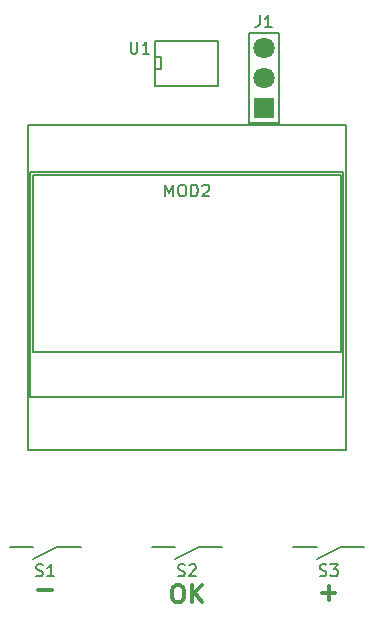
<source format=gbr>
G04 #@! TF.GenerationSoftware,KiCad,Pcbnew,6.0.11-2627ca5db0~126~ubuntu22.04.1*
G04 #@! TF.CreationDate,2023-12-06T10:27:33+01:00*
G04 #@! TF.ProjectId,roomthermostat,726f6f6d-7468-4657-926d-6f737461742e,C*
G04 #@! TF.SameCoordinates,Original*
G04 #@! TF.FileFunction,Legend,Top*
G04 #@! TF.FilePolarity,Positive*
%FSLAX46Y46*%
G04 Gerber Fmt 4.6, Leading zero omitted, Abs format (unit mm)*
G04 Created by KiCad (PCBNEW 6.0.11-2627ca5db0~126~ubuntu22.04.1) date 2023-12-06 10:27:33*
%MOMM*%
%LPD*%
G01*
G04 APERTURE LIST*
%ADD10C,0.300000*%
%ADD11C,0.150000*%
%ADD12R,1.800000X1.800000*%
%ADD13C,1.800000*%
G04 APERTURE END LIST*
D10*
X96022142Y-123548571D02*
X96307857Y-123548571D01*
X96450714Y-123620000D01*
X96593571Y-123762857D01*
X96665000Y-124048571D01*
X96665000Y-124548571D01*
X96593571Y-124834285D01*
X96450714Y-124977142D01*
X96307857Y-125048571D01*
X96022142Y-125048571D01*
X95879285Y-124977142D01*
X95736428Y-124834285D01*
X95665000Y-124548571D01*
X95665000Y-124048571D01*
X95736428Y-123762857D01*
X95879285Y-123620000D01*
X96022142Y-123548571D01*
X97307857Y-125048571D02*
X97307857Y-123548571D01*
X98165000Y-125048571D02*
X97522142Y-124191428D01*
X98165000Y-123548571D02*
X97307857Y-124405714D01*
X84343571Y-123977142D02*
X85486428Y-123977142D01*
X108343571Y-124227142D02*
X109486428Y-124227142D01*
X108915000Y-124798571D02*
X108915000Y-123655714D01*
D11*
X95081666Y-90662380D02*
X95081666Y-89662380D01*
X95415000Y-90376666D01*
X95748333Y-89662380D01*
X95748333Y-90662380D01*
X96415000Y-89662380D02*
X96605476Y-89662380D01*
X96700714Y-89710000D01*
X96795952Y-89805238D01*
X96843571Y-89995714D01*
X96843571Y-90329047D01*
X96795952Y-90519523D01*
X96700714Y-90614761D01*
X96605476Y-90662380D01*
X96415000Y-90662380D01*
X96319761Y-90614761D01*
X96224523Y-90519523D01*
X96176904Y-90329047D01*
X96176904Y-89995714D01*
X96224523Y-89805238D01*
X96319761Y-89710000D01*
X96415000Y-89662380D01*
X97272142Y-90662380D02*
X97272142Y-89662380D01*
X97510238Y-89662380D01*
X97653095Y-89710000D01*
X97748333Y-89805238D01*
X97795952Y-89900476D01*
X97843571Y-90090952D01*
X97843571Y-90233809D01*
X97795952Y-90424285D01*
X97748333Y-90519523D01*
X97653095Y-90614761D01*
X97510238Y-90662380D01*
X97272142Y-90662380D01*
X98224523Y-89757619D02*
X98272142Y-89710000D01*
X98367380Y-89662380D01*
X98605476Y-89662380D01*
X98700714Y-89710000D01*
X98748333Y-89757619D01*
X98795952Y-89852857D01*
X98795952Y-89948095D01*
X98748333Y-90090952D01*
X98176904Y-90662380D01*
X98795952Y-90662380D01*
X92153095Y-77572380D02*
X92153095Y-78381904D01*
X92200714Y-78477142D01*
X92248333Y-78524761D01*
X92343571Y-78572380D01*
X92534047Y-78572380D01*
X92629285Y-78524761D01*
X92676904Y-78477142D01*
X92724523Y-78381904D01*
X92724523Y-77572380D01*
X93724523Y-78572380D02*
X93153095Y-78572380D01*
X93438809Y-78572380D02*
X93438809Y-77572380D01*
X93343571Y-77715238D01*
X93248333Y-77810476D01*
X93153095Y-77858095D01*
X84153095Y-122774761D02*
X84295952Y-122822380D01*
X84534047Y-122822380D01*
X84629285Y-122774761D01*
X84676904Y-122727142D01*
X84724523Y-122631904D01*
X84724523Y-122536666D01*
X84676904Y-122441428D01*
X84629285Y-122393809D01*
X84534047Y-122346190D01*
X84343571Y-122298571D01*
X84248333Y-122250952D01*
X84200714Y-122203333D01*
X84153095Y-122108095D01*
X84153095Y-122012857D01*
X84200714Y-121917619D01*
X84248333Y-121870000D01*
X84343571Y-121822380D01*
X84581666Y-121822380D01*
X84724523Y-121870000D01*
X85676904Y-122822380D02*
X85105476Y-122822380D01*
X85391190Y-122822380D02*
X85391190Y-121822380D01*
X85295952Y-121965238D01*
X85200714Y-122060476D01*
X85105476Y-122108095D01*
X96153095Y-122774761D02*
X96295952Y-122822380D01*
X96534047Y-122822380D01*
X96629285Y-122774761D01*
X96676904Y-122727142D01*
X96724523Y-122631904D01*
X96724523Y-122536666D01*
X96676904Y-122441428D01*
X96629285Y-122393809D01*
X96534047Y-122346190D01*
X96343571Y-122298571D01*
X96248333Y-122250952D01*
X96200714Y-122203333D01*
X96153095Y-122108095D01*
X96153095Y-122012857D01*
X96200714Y-121917619D01*
X96248333Y-121870000D01*
X96343571Y-121822380D01*
X96581666Y-121822380D01*
X96724523Y-121870000D01*
X97105476Y-121917619D02*
X97153095Y-121870000D01*
X97248333Y-121822380D01*
X97486428Y-121822380D01*
X97581666Y-121870000D01*
X97629285Y-121917619D01*
X97676904Y-122012857D01*
X97676904Y-122108095D01*
X97629285Y-122250952D01*
X97057857Y-122822380D01*
X97676904Y-122822380D01*
X108153095Y-122774761D02*
X108295952Y-122822380D01*
X108534047Y-122822380D01*
X108629285Y-122774761D01*
X108676904Y-122727142D01*
X108724523Y-122631904D01*
X108724523Y-122536666D01*
X108676904Y-122441428D01*
X108629285Y-122393809D01*
X108534047Y-122346190D01*
X108343571Y-122298571D01*
X108248333Y-122250952D01*
X108200714Y-122203333D01*
X108153095Y-122108095D01*
X108153095Y-122012857D01*
X108200714Y-121917619D01*
X108248333Y-121870000D01*
X108343571Y-121822380D01*
X108581666Y-121822380D01*
X108724523Y-121870000D01*
X109057857Y-121822380D02*
X109676904Y-121822380D01*
X109343571Y-122203333D01*
X109486428Y-122203333D01*
X109581666Y-122250952D01*
X109629285Y-122298571D01*
X109676904Y-122393809D01*
X109676904Y-122631904D01*
X109629285Y-122727142D01*
X109581666Y-122774761D01*
X109486428Y-122822380D01*
X109200714Y-122822380D01*
X109105476Y-122774761D01*
X109057857Y-122727142D01*
X103081666Y-75322380D02*
X103081666Y-76036666D01*
X103034047Y-76179523D01*
X102938809Y-76274761D01*
X102795952Y-76322380D01*
X102700714Y-76322380D01*
X104081666Y-76322380D02*
X103510238Y-76322380D01*
X103795952Y-76322380D02*
X103795952Y-75322380D01*
X103700714Y-75465238D01*
X103605476Y-75560476D01*
X103510238Y-75608095D01*
X83915000Y-103870000D02*
X83915000Y-88870000D01*
X83415000Y-84620000D02*
X83415000Y-112120000D01*
X110165000Y-88620000D02*
X83665000Y-88620000D01*
X83665000Y-88620000D02*
X83665000Y-107620000D01*
X83665000Y-107620000D02*
X110165000Y-107620000D01*
X110165000Y-107620000D02*
X110165000Y-88620000D01*
X83415000Y-112120000D02*
X110415000Y-112120000D01*
X109915000Y-88870000D02*
X109915000Y-103870000D01*
X109915000Y-103870000D02*
X83915000Y-103870000D01*
X83915000Y-88870000D02*
X109915000Y-88870000D01*
X110415000Y-84620000D02*
X83415000Y-84620000D01*
X110415000Y-112120000D02*
X110415000Y-84620000D01*
X94248000Y-81193000D02*
X94248000Y-81320000D01*
X94248000Y-78907000D02*
X94756000Y-78907000D01*
X94756000Y-79923000D02*
X94248000Y-79923000D01*
X94248000Y-81320000D02*
X99582000Y-81320000D01*
X99582000Y-77510000D02*
X94248000Y-77510000D01*
X99582000Y-77510000D02*
X99582000Y-81320000D01*
X94756000Y-78907000D02*
X94756000Y-79923000D01*
X94248000Y-77510000D02*
X94248000Y-81193000D01*
X81915000Y-120370000D02*
X83915000Y-120370000D01*
X87915000Y-120370000D02*
X85915000Y-120370000D01*
X85915000Y-120370000D02*
X83915000Y-121370000D01*
X93915000Y-120370000D02*
X95915000Y-120370000D01*
X99915000Y-120370000D02*
X97915000Y-120370000D01*
X97915000Y-120370000D02*
X95915000Y-121370000D01*
X111915000Y-120370000D02*
X109915000Y-120370000D01*
X105915000Y-120370000D02*
X107915000Y-120370000D01*
X109915000Y-120370000D02*
X107915000Y-121370000D01*
X104685000Y-76810000D02*
X104685000Y-84430000D01*
X104685000Y-84430000D02*
X102145000Y-84430000D01*
X102145000Y-84430000D02*
X102145000Y-76810000D01*
X102145000Y-76810000D02*
X104685000Y-76810000D01*
D12*
X103415000Y-83160000D03*
D13*
X103415000Y-80620000D03*
X103415000Y-78080000D03*
M02*

</source>
